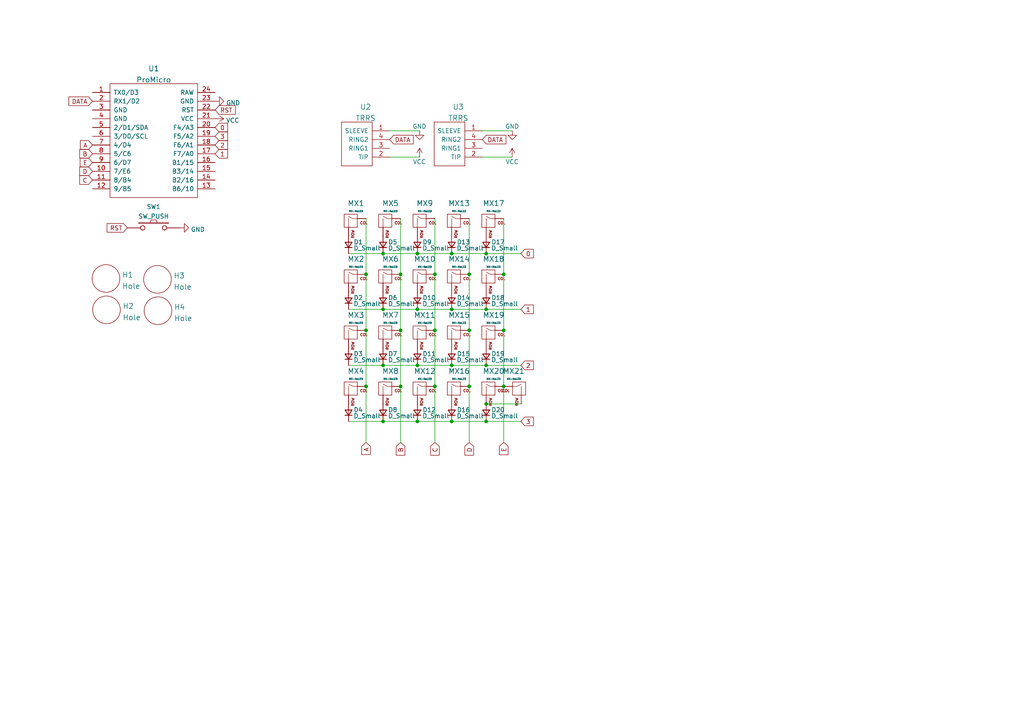
<source format=kicad_sch>
(kicad_sch (version 20210621) (generator eeschema)
  (paper "A4")
  (lib_symbols
    (symbol "Device:D_Small" (pin_numbers hide) (pin_names (offset 0.254) hide)
      (property "Reference" "D" (at -1.27 2.032 0))
      (property "Value" "D_Small" (at -3.81 -2.032 0))
      (symbol "D_Small_0_1"
        (polyline (pts (xy -0.762 -1.016) (xy -0.762 1.016)) (stroke (width 0.254)))
        (polyline (pts (xy -0.762 0) (xy 0.762 0)))
        (polyline (pts (xy 0.762 -1.016) (xy -0.762 0) (xy 0.762 1.016) (xy 0.762 -1.016)) (stroke (width 0.254)))
      )
      (symbol "D_Small_1_1"
        (pin passive line (at -2.54 0 0) (length 1.778) (name "K") (number "1"))
        (pin passive line (at 2.54 0 180) (length 1.778) (name "A") (number "2"))
      )
    )
    (symbol "KBD:ProMicro" (pin_names (offset 1.016))
      (property "Reference" "U" (at 0 19.05 0))
      (property "Value" "ProMicro" (at 0 -19.05 0))
      (symbol "ProMicro_0_1"
        (rectangle (start -12.7 16.51) (end 12.7 -16.51))
      )
      (symbol "ProMicro_1_1"
        (pin bidirectional line (at -17.78 13.97 0) (length 5.08) (name "TX0/D3") (number "1"))
        (pin bidirectional line (at -17.78 -8.89 0) (length 5.08) (name "7/E6") (number "10"))
        (pin bidirectional line (at -17.78 -11.43 0) (length 5.08) (name "8/B4") (number "11"))
        (pin bidirectional line (at -17.78 -13.97 0) (length 5.08) (name "9/B5") (number "12"))
        (pin bidirectional line (at 17.78 -13.97 180) (length 5.08) (name "B6/10") (number "13"))
        (pin bidirectional line (at 17.78 -11.43 180) (length 5.08) (name "B2/16") (number "14"))
        (pin bidirectional line (at 17.78 -8.89 180) (length 5.08) (name "B3/14") (number "15"))
        (pin bidirectional line (at 17.78 -6.35 180) (length 5.08) (name "B1/15") (number "16"))
        (pin bidirectional line (at 17.78 -3.81 180) (length 5.08) (name "F7/A0") (number "17"))
        (pin bidirectional line (at 17.78 -1.27 180) (length 5.08) (name "F6/A1") (number "18"))
        (pin bidirectional line (at 17.78 1.27 180) (length 5.08) (name "F5/A2") (number "19"))
        (pin bidirectional line (at -17.78 11.43 0) (length 5.08) (name "RX1/D2") (number "2"))
        (pin bidirectional line (at 17.78 3.81 180) (length 5.08) (name "F4/A3") (number "20"))
        (pin power_in line (at 17.78 6.35 180) (length 5.08) (name "VCC") (number "21"))
        (pin input line (at 17.78 8.89 180) (length 5.08) (name "RST") (number "22"))
        (pin power_in line (at 17.78 11.43 180) (length 5.08) (name "GND") (number "23"))
        (pin power_out line (at 17.78 13.97 180) (length 5.08) (name "RAW") (number "24"))
        (pin power_in line (at -17.78 8.89 0) (length 5.08) (name "GND") (number "3"))
        (pin power_in line (at -17.78 6.35 0) (length 5.08) (name "GND") (number "4"))
        (pin bidirectional line (at -17.78 3.81 0) (length 5.08) (name "2/D1/SDA") (number "5"))
        (pin bidirectional line (at -17.78 1.27 0) (length 5.08) (name "3/D0/SCL") (number "6"))
        (pin bidirectional line (at -17.78 -1.27 0) (length 5.08) (name "4/D4") (number "7"))
        (pin bidirectional line (at -17.78 -3.81 0) (length 5.08) (name "5/C6") (number "8"))
        (pin bidirectional line (at -17.78 -6.35 0) (length 5.08) (name "6/D7") (number "9"))
      )
    )
    (symbol "KBD:SW_PUSH" (pin_numbers hide) (pin_names (offset 1.016) hide)
      (property "Reference" "SW" (at 3.81 2.794 0))
      (property "Value" "SW_PUSH" (at 0 -2.032 0))
      (symbol "SW_PUSH_0_1"
        (rectangle (start -4.318 1.27) (end 4.318 1.524))
        (polyline (pts (xy -1.016 1.524) (xy -0.762 2.286) (xy 0.762 2.286) (xy 1.016 1.524)))
        (pin passive inverted (at -7.62 0 0) (length 5.08) (name "1") (number "1"))
        (pin passive inverted (at 7.62 0 180) (length 5.08) (name "2") (number "2"))
      )
    )
    (symbol "Keebio:Hole" (pin_names (offset 1.016))
      (property "Reference" "H" (at 0 -1.27 0))
      (property "Value" "Hole" (at 0 1.27 0))
      (symbol "Hole_0_1"
        (circle (center 0 0) (radius 4.0132))
      )
    )
    (symbol "Keebio:TRRS" (pin_names (offset 1.016))
      (property "Reference" "U" (at 0 15.24 0))
      (property "Value" "TRRS" (at 0 -2.54 0))
      (symbol "TRRS_0_1"
        (rectangle (start -3.81 0) (end -3.81 12.7))
        (rectangle (start -3.81 12.7) (end 5.08 12.7))
        (rectangle (start 5.08 0) (end -3.81 0))
        (rectangle (start 5.08 12.7) (end 5.08 0))
      )
      (symbol "TRRS_1_1"
        (pin input line (at -8.89 2.54 0) (length 5.08) (name "SLEEVE") (number "1"))
        (pin input line (at -8.89 10.16 0) (length 5.08) (name "TIP") (number "2"))
        (pin input line (at -8.89 7.62 0) (length 5.08) (name "RING1") (number "3"))
        (pin input line (at -8.89 5.08 0) (length 5.08) (name "RING2") (number "4"))
      )
    )
    (symbol "Switches:MX-NoLED" (pin_names (offset 1.016))
      (property "Reference" "MX" (at -0.635 3.81 0))
      (property "Value" "MX-NoLED" (at -0.635 1.27 0))
      (symbol "MX-NoLED_0_0"
        (text "COL" (at 3.175 0 0) (effects (font (size 0.762 0.762))))
        (text "ROW" (at 0 -1.905 900) (effects (font (size 0.762 0.762)) (justify right)))
        (rectangle (start -2.54 2.54) (end 1.27 -1.27))
        (polyline (pts (xy -1.27 -1.27) (xy -1.27 1.27)) (stroke (width 0.127)))
        (polyline (pts (xy 1.27 1.27) (xy 0 1.27) (xy -1.27 1.905)) (stroke (width 0.127)))
      )
      (symbol "MX-NoLED_1_1"
        (pin passive line (at 3.81 1.27 180) (length 2.54) (name "COL") (number "1"))
        (pin passive line (at -1.27 -3.81 90) (length 2.54) (name "ROW") (number "2"))
      )
    )
    (symbol "power:GND" (power) (pin_names (offset 0))
      (property "Value" "GND" (at 0 -3.81 0))
      (symbol "GND_0_1"
        (polyline (pts (xy 0 0) (xy 0 -1.27) (xy 1.27 -1.27) (xy 0 -2.54) (xy -1.27 -1.27) (xy 0 -1.27)))
      )
      (symbol "GND_1_1"
        (pin power_in line (at 0 0 270) (length 0) hide (name "GND") (number "1"))
      )
    )
    (symbol "power:VCC" (power) (pin_names (offset 0))
      (property "Value" "VCC" (at 0 3.81 0))
      (symbol "VCC_0_1"
        (polyline (pts (xy -0.762 1.27) (xy 0 2.54)))
        (polyline (pts (xy 0 0) (xy 0 2.54)))
        (polyline (pts (xy 0 2.54) (xy 0.762 1.27)))
      )
      (symbol "VCC_1_1"
        (pin power_in line (at 0 0 90) (length 0) hide (name "VCC") (number "1"))
      )
    )
  )
  (junction (at 106.172 79.5528))
  (junction (at 106.172 95.8088))
  (junction (at 106.172 112.0648))
  (junction (at 111.0996 73.5584))
  (junction (at 111.0996 89.7128))
  (junction (at 111.0996 105.9688))
  (junction (at 111.0996 122.2248))
  (junction (at 116.1796 79.5528))
  (junction (at 116.1796 95.8088))
  (junction (at 116.1796 112.0648))
  (junction (at 121.0564 73.5584))
  (junction (at 121.0564 89.7128))
  (junction (at 121.0564 105.9688))
  (junction (at 121.0564 122.2248))
  (junction (at 126.1364 79.5528))
  (junction (at 126.1364 95.8088))
  (junction (at 126.1364 112.0648))
  (junction (at 131.0132 73.5584))
  (junction (at 131.0132 89.7128))
  (junction (at 131.0132 105.9688))
  (junction (at 131.0132 122.2248))
  (junction (at 136.0932 79.5528))
  (junction (at 136.0932 95.8088))
  (junction (at 136.0932 112.0648))
  (junction (at 141.0208 73.5584))
  (junction (at 141.0208 89.7128))
  (junction (at 141.0208 105.9688))
  (junction (at 141.0208 117.1448))
  (junction (at 141.0208 122.2248))
  (junction (at 146.1008 79.5528))
  (junction (at 146.1008 95.8088))
  (junction (at 146.1008 112.0648))
  (wire (pts (xy 101.092 73.5584) (xy 111.0996 73.5584)))
  (wire (pts (xy 101.092 89.7128) (xy 111.0996 89.7128)))
  (wire (pts (xy 101.092 105.9688) (xy 111.0996 105.9688)))
  (wire (pts (xy 101.092 122.2248) (xy 111.0996 122.2248)))
  (wire (pts (xy 106.172 63.3984) (xy 106.172 79.5528)))
  (wire (pts (xy 106.172 79.5528) (xy 106.172 95.8088)))
  (wire (pts (xy 106.172 95.8088) (xy 106.172 112.0648)))
  (wire (pts (xy 106.172 112.0648) (xy 106.172 128.3208)))
  (wire (pts (xy 111.0996 73.5584) (xy 121.0564 73.5584)))
  (wire (pts (xy 111.0996 89.7128) (xy 121.0564 89.7128)))
  (wire (pts (xy 111.0996 105.9688) (xy 121.0564 105.9688)))
  (wire (pts (xy 111.0996 122.2248) (xy 121.0564 122.2248)))
  (wire (pts (xy 113.03 37.9476) (xy 121.7168 37.9476)))
  (wire (pts (xy 113.03 45.5676) (xy 121.666 45.5676)))
  (wire (pts (xy 116.1796 63.3984) (xy 116.1796 79.5528)))
  (wire (pts (xy 116.1796 79.5528) (xy 116.1796 95.8088)))
  (wire (pts (xy 116.1796 95.8088) (xy 116.1796 112.0648)))
  (wire (pts (xy 116.1796 112.0648) (xy 116.1796 128.3208)))
  (wire (pts (xy 121.0564 73.5584) (xy 131.0132 73.5584)))
  (wire (pts (xy 121.0564 89.7128) (xy 131.0132 89.7128)))
  (wire (pts (xy 121.0564 105.9688) (xy 131.0132 105.9688)))
  (wire (pts (xy 121.0564 122.2248) (xy 131.0132 122.2248)))
  (wire (pts (xy 126.1364 63.3984) (xy 126.1364 79.5528)))
  (wire (pts (xy 126.1364 79.5528) (xy 126.1364 95.8088)))
  (wire (pts (xy 126.1364 95.8088) (xy 126.1364 112.0648)))
  (wire (pts (xy 126.1364 112.0648) (xy 126.1364 128.3208)))
  (wire (pts (xy 131.0132 73.5584) (xy 141.0208 73.5584)))
  (wire (pts (xy 131.0132 89.7128) (xy 141.0208 89.7128)))
  (wire (pts (xy 131.0132 105.9688) (xy 141.0208 105.9688)))
  (wire (pts (xy 131.0132 122.2248) (xy 141.0208 122.2248)))
  (wire (pts (xy 136.0932 63.3984) (xy 136.0932 79.5528)))
  (wire (pts (xy 136.0932 79.5528) (xy 136.0932 95.8088)))
  (wire (pts (xy 136.0932 95.8088) (xy 136.0932 112.0648)))
  (wire (pts (xy 136.0932 112.0648) (xy 136.0932 128.3208)))
  (wire (pts (xy 139.9032 37.9476) (xy 148.59 37.9476)))
  (wire (pts (xy 139.9032 45.5676) (xy 148.5392 45.5676)))
  (wire (pts (xy 141.0208 73.5584) (xy 151.0792 73.5584)))
  (wire (pts (xy 141.0208 89.7128) (xy 151.0792 89.7128)))
  (wire (pts (xy 141.0208 105.9688) (xy 151.0792 105.9688)))
  (wire (pts (xy 141.0208 117.1448) (xy 151.1808 117.1448)))
  (wire (pts (xy 141.0208 122.2248) (xy 151.0792 122.2248)))
  (wire (pts (xy 146.1008 63.3984) (xy 146.1008 79.5528)))
  (wire (pts (xy 146.1008 79.5528) (xy 146.1008 95.8088)))
  (wire (pts (xy 146.1008 95.8088) (xy 146.1008 112.0648)))
  (wire (pts (xy 146.1008 112.0648) (xy 146.1008 128.3208)))
  (global_label "DATA" (shape input) (at 26.8224 29.3624 180) (property "Intersheet References" "${INTERSHEET_REFS}" (effects hide)))
  (global_label "A" (shape input) (at 26.8224 42.0624 180) (property "Intersheet References" "${INTERSHEET_REFS}" (effects hide)))
  (global_label "B" (shape input) (at 26.8224 44.6024 180) (property "Intersheet References" "${INTERSHEET_REFS}" (effects hide)))
  (global_label "E" (shape input) (at 26.8224 47.1424 180) (property "Intersheet References" "${INTERSHEET_REFS}" (effects hide)))
  (global_label "D" (shape input) (at 26.8224 49.6824 180) (property "Intersheet References" "${INTERSHEET_REFS}" (effects hide)))
  (global_label "C" (shape input) (at 26.8224 52.2224 180) (property "Intersheet References" "${INTERSHEET_REFS}" (effects hide)))
  (global_label "RST" (shape input) (at 36.9316 66.0908 180) (property "Intersheet References" "${INTERSHEET_REFS}" (effects hide)))
  (global_label "RST" (shape input) (at 62.3824 31.9024 0) (property "Intersheet References" "${INTERSHEET_REFS}" (effects hide)))
  (global_label "0" (shape input) (at 62.3824 36.9824 0) (property "Intersheet References" "${INTERSHEET_REFS}" (effects hide)))
  (global_label "3" (shape input) (at 62.3824 39.5224 0) (property "Intersheet References" "${INTERSHEET_REFS}" (effects hide)))
  (global_label "2" (shape input) (at 62.3824 42.0624 0) (property "Intersheet References" "${INTERSHEET_REFS}" (effects hide)))
  (global_label "1" (shape input) (at 62.3824 44.6024 0) (property "Intersheet References" "${INTERSHEET_REFS}" (effects hide)))
  (global_label "A" (shape input) (at 106.172 128.3208 270) (property "Intersheet References" "${INTERSHEET_REFS}" (effects hide)))
  (global_label "DATA" (shape input) (at 113.03 40.4876 0) (property "Intersheet References" "${INTERSHEET_REFS}" (effects hide)))
  (global_label "B" (shape input) (at 116.1796 128.3208 270) (property "Intersheet References" "${INTERSHEET_REFS}" (effects hide)))
  (global_label "C" (shape input) (at 126.1364 128.3208 270) (property "Intersheet References" "${INTERSHEET_REFS}" (effects hide)))
  (global_label "D" (shape input) (at 136.0932 128.3208 270) (property "Intersheet References" "${INTERSHEET_REFS}" (effects hide)))
  (global_label "DATA" (shape input) (at 139.9032 40.4876 0) (property "Intersheet References" "${INTERSHEET_REFS}" (effects hide)))
  (global_label "E" (shape input) (at 146.1008 128.3208 270) (property "Intersheet References" "${INTERSHEET_REFS}" (effects hide)))
  (global_label "0" (shape input) (at 151.0792 73.5584 0) (property "Intersheet References" "${INTERSHEET_REFS}" (effects hide)))
  (global_label "1" (shape input) (at 151.0792 89.7128 0) (property "Intersheet References" "${INTERSHEET_REFS}" (effects hide)))
  (global_label "2" (shape input) (at 151.0792 105.9688 0) (property "Intersheet References" "${INTERSHEET_REFS}" (effects hide)))
  (global_label "3" (shape input) (at 151.0792 122.2248 0) (property "Intersheet References" "${INTERSHEET_REFS}" (effects hide)))
  (symbol (lib_id "power:VCC") (at 62.3824 34.4424 270) (unit 1)
    (property "Reference" "#PWR0107" (effects hide))
    (property "Value" "VCC" (at 65.5575 34.9214 90) (effects (justify left)))
  )
  (symbol (lib_id "power:VCC") (at 121.666 45.5676 0) (unit 1)
    (property "Reference" "#PWR0102" (effects hide))
    (property "Value" "VCC" (at 121.666 46.9414 0))
  )
  (symbol (lib_id "power:VCC") (at 148.5392 45.5676 0) (unit 1)
    (property "Reference" "#PWR0103" (effects hide))
    (property "Value" "VCC" (at 148.5392 46.9414 0))
  )
  (symbol (lib_id "power:GND") (at 52.1716 66.0908 90) (unit 1)
    (property "Reference" "#PWR0105" (effects hide))
    (property "Value" "GND" (at 55.3467 66.5698 90) (effects (justify right)))
  )
  (symbol (lib_id "power:GND") (at 62.3824 29.3624 90) (unit 1)
    (property "Reference" "#PWR0106" (effects hide))
    (property "Value" "GND" (at 65.5575 29.8414 90) (effects (justify right)))
  )
  (symbol (lib_id "power:GND") (at 121.7168 37.9476 0) (unit 1)
    (property "Reference" "#PWR0101" (effects hide))
    (property "Value" "GND" (at 121.666 36.6682 0))
  )
  (symbol (lib_id "power:GND") (at 148.59 37.9476 0) (unit 1)
    (property "Reference" "#PWR0104" (effects hide))
    (property "Value" "GND" (at 148.5392 36.6682 0))
  )
  (symbol (lib_id "Device:D_Small") (at 101.092 71.0184 90) (unit 1)
    (property "Reference" "D1" (at 102.5653 70.2115 90) (effects (justify right)))
    (property "Value" "D_Small" (at 102.5145 71.9706 90) (effects (justify right)))
    (property "Footprint" "Keebio:Diode-dual" (effects hide))
  )
  (symbol (lib_id "Device:D_Small") (at 101.092 87.1728 90) (unit 1)
    (property "Reference" "D2" (at 102.5653 86.3659 90) (effects (justify right)))
    (property "Value" "D_Small" (at 102.5145 88.125 90) (effects (justify right)))
    (property "Footprint" "Keebio:Diode-dual" (effects hide))
  )
  (symbol (lib_id "Device:D_Small") (at 101.092 103.4288 90) (unit 1)
    (property "Reference" "D3" (at 102.5653 102.6219 90) (effects (justify right)))
    (property "Value" "D_Small" (at 102.5145 104.381 90) (effects (justify right)))
    (property "Footprint" "Keebio:Diode-dual" (effects hide))
  )
  (symbol (lib_id "Device:D_Small") (at 101.092 119.6848 90) (unit 1)
    (property "Reference" "D4" (at 102.5653 118.8779 90) (effects (justify right)))
    (property "Value" "D_Small" (at 102.5145 120.637 90) (effects (justify right)))
    (property "Footprint" "Keebio:Diode-dual" (effects hide))
  )
  (symbol (lib_id "Device:D_Small") (at 111.0996 71.0184 90) (unit 1)
    (property "Reference" "D5" (at 112.5729 70.2115 90) (effects (justify right)))
    (property "Value" "D_Small" (at 112.5221 71.9706 90) (effects (justify right)))
    (property "Footprint" "Keebio:Diode-dual" (effects hide))
  )
  (symbol (lib_id "Device:D_Small") (at 111.0996 87.1728 90) (unit 1)
    (property "Reference" "D6" (at 112.5729 86.3659 90) (effects (justify right)))
    (property "Value" "D_Small" (at 112.5221 88.125 90) (effects (justify right)))
    (property "Footprint" "Keebio:Diode-dual" (effects hide))
  )
  (symbol (lib_id "Device:D_Small") (at 111.0996 103.4288 90) (unit 1)
    (property "Reference" "D7" (at 112.5729 102.6219 90) (effects (justify right)))
    (property "Value" "D_Small" (at 112.5221 104.381 90) (effects (justify right)))
    (property "Footprint" "Keebio:Diode-dual" (effects hide))
  )
  (symbol (lib_id "Device:D_Small") (at 111.0996 119.6848 90) (unit 1)
    (property "Reference" "D8" (at 112.5729 118.8779 90) (effects (justify right)))
    (property "Value" "D_Small" (at 112.5221 120.637 90) (effects (justify right)))
    (property "Footprint" "Keebio:Diode-dual" (effects hide))
  )
  (symbol (lib_id "Device:D_Small") (at 121.0564 71.0184 90) (unit 1)
    (property "Reference" "D9" (at 122.5297 70.2115 90) (effects (justify right)))
    (property "Value" "D_Small" (at 122.4789 71.9706 90) (effects (justify right)))
    (property "Footprint" "Keebio:Diode-dual" (effects hide))
  )
  (symbol (lib_id "Device:D_Small") (at 121.0564 87.1728 90) (unit 1)
    (property "Reference" "D10" (at 122.5297 86.3659 90) (effects (justify right)))
    (property "Value" "D_Small" (at 122.4789 88.125 90) (effects (justify right)))
    (property "Footprint" "Keebio:Diode-dual" (effects hide))
  )
  (symbol (lib_id "Device:D_Small") (at 121.0564 103.4288 90) (unit 1)
    (property "Reference" "D11" (at 122.5297 102.6219 90) (effects (justify right)))
    (property "Value" "D_Small" (at 122.4789 104.381 90) (effects (justify right)))
    (property "Footprint" "Keebio:Diode-dual" (effects hide))
  )
  (symbol (lib_id "Device:D_Small") (at 121.0564 119.6848 90) (unit 1)
    (property "Reference" "D12" (at 122.5297 118.8779 90) (effects (justify right)))
    (property "Value" "D_Small" (at 122.4789 120.637 90) (effects (justify right)))
    (property "Footprint" "Keebio:Diode-dual" (effects hide))
  )
  (symbol (lib_id "Device:D_Small") (at 131.0132 71.0184 90) (unit 1)
    (property "Reference" "D13" (at 132.4865 70.2115 90) (effects (justify right)))
    (property "Value" "D_Small" (at 132.4357 71.9706 90) (effects (justify right)))
    (property "Footprint" "Keebio:Diode-dual" (effects hide))
  )
  (symbol (lib_id "Device:D_Small") (at 131.0132 87.1728 90) (unit 1)
    (property "Reference" "D14" (at 132.4865 86.3659 90) (effects (justify right)))
    (property "Value" "D_Small" (at 132.4357 88.125 90) (effects (justify right)))
    (property "Footprint" "Keebio:Diode-dual" (effects hide))
  )
  (symbol (lib_id "Device:D_Small") (at 131.0132 103.4288 90) (unit 1)
    (property "Reference" "D15" (at 132.4865 102.6219 90) (effects (justify right)))
    (property "Value" "D_Small" (at 132.4357 104.381 90) (effects (justify right)))
    (property "Footprint" "Keebio:Diode-dual" (effects hide))
  )
  (symbol (lib_id "Device:D_Small") (at 131.0132 119.6848 90) (unit 1)
    (property "Reference" "D16" (at 132.4865 118.8779 90) (effects (justify right)))
    (property "Value" "D_Small" (at 132.4357 120.637 90) (effects (justify right)))
    (property "Footprint" "Keebio:Diode-dual" (effects hide))
  )
  (symbol (lib_id "Device:D_Small") (at 141.0208 71.0184 90) (unit 1)
    (property "Reference" "D17" (at 142.4941 70.2115 90) (effects (justify right)))
    (property "Value" "D_Small" (at 142.4433 71.9706 90) (effects (justify right)))
    (property "Footprint" "Keebio:Diode-dual" (effects hide))
  )
  (symbol (lib_id "Device:D_Small") (at 141.0208 87.1728 90) (unit 1)
    (property "Reference" "D18" (at 142.4941 86.3659 90) (effects (justify right)))
    (property "Value" "D_Small" (at 142.4433 88.125 90) (effects (justify right)))
    (property "Footprint" "Keebio:Diode-dual" (effects hide))
  )
  (symbol (lib_id "Device:D_Small") (at 141.0208 103.4288 90) (unit 1)
    (property "Reference" "D19" (at 142.4941 102.6219 90) (effects (justify right)))
    (property "Value" "D_Small" (at 142.4433 104.381 90) (effects (justify right)))
    (property "Footprint" "Keebio:Diode-dual" (effects hide))
  )
  (symbol (lib_id "Device:D_Small") (at 141.0208 119.6848 90) (unit 1)
    (property "Reference" "D20" (at 142.4941 118.8779 90) (effects (justify right)))
    (property "Value" "D_Small" (at 142.4433 120.637 90) (effects (justify right)))
    (property "Footprint" "Keebio:Diode-dual" (effects hide))
  )
  (symbol (lib_id "KBD:SW_PUSH") (at 44.5516 66.0908 0) (unit 1)
    (property "Reference" "SW1" (at 44.5516 59.9652 0))
    (property "Value" "SW_PUSH" (at 44.5516 62.7403 0))
    (property "Footprint" "Button_Switch_SMD:SW_SPST_SKQG_WithStem" (effects hide))
  )
  (symbol (lib_id "Switches:MX-NoLED") (at 102.362 64.6684 0) (unit 1)
    (property "Reference" "MX1" (at 103.2475 58.9747 0) (effects (font (size 1.524 1.524))))
    (property "Value" "MX-NoLED" (at 103.2475 61.2453 0) (effects (font (size 0.508 0.508))))
    (property "Footprint" "Switches:SW_MX_reversible_minimal" (effects hide))
  )
  (symbol (lib_id "Switches:MX-NoLED") (at 102.362 80.8228 0) (unit 1)
    (property "Reference" "MX2" (at 103.2475 75.1291 0) (effects (font (size 1.524 1.524))))
    (property "Value" "MX-NoLED" (at 103.2475 77.3997 0) (effects (font (size 0.508 0.508))))
    (property "Footprint" "Switches:SW_MX_reversible_minimal" (effects hide))
  )
  (symbol (lib_id "Switches:MX-NoLED") (at 102.362 97.0788 0) (unit 1)
    (property "Reference" "MX3" (at 103.2475 91.3851 0) (effects (font (size 1.524 1.524))))
    (property "Value" "MX-NoLED" (at 103.2475 93.6557 0) (effects (font (size 0.508 0.508))))
    (property "Footprint" "Switches:SW_MX_reversible_minimal" (effects hide))
  )
  (symbol (lib_id "Switches:MX-NoLED") (at 102.362 113.3348 0) (unit 1)
    (property "Reference" "MX4" (at 103.2475 107.6411 0) (effects (font (size 1.524 1.524))))
    (property "Value" "MX-NoLED" (at 103.2475 109.9117 0) (effects (font (size 0.508 0.508))))
    (property "Footprint" "Switches:SW_MX_reversible_minimal" (effects hide))
  )
  (symbol (lib_id "Switches:MX-NoLED") (at 112.3696 64.6684 0) (unit 1)
    (property "Reference" "MX5" (at 113.2551 58.9747 0) (effects (font (size 1.524 1.524))))
    (property "Value" "MX-NoLED" (at 113.2551 61.2453 0) (effects (font (size 0.508 0.508))))
    (property "Footprint" "Switches:SW_MX_reversible_minimal" (effects hide))
  )
  (symbol (lib_id "Switches:MX-NoLED") (at 112.3696 80.8228 0) (unit 1)
    (property "Reference" "MX6" (at 113.2551 75.1291 0) (effects (font (size 1.524 1.524))))
    (property "Value" "MX-NoLED" (at 113.2551 77.3997 0) (effects (font (size 0.508 0.508))))
    (property "Footprint" "Switches:SW_MX_reversible_minimal" (effects hide))
  )
  (symbol (lib_id "Switches:MX-NoLED") (at 112.3696 97.0788 0) (unit 1)
    (property "Reference" "MX7" (at 113.2551 91.3851 0) (effects (font (size 1.524 1.524))))
    (property "Value" "MX-NoLED" (at 113.2551 93.6557 0) (effects (font (size 0.508 0.508))))
    (property "Footprint" "Switches:SW_MX_reversible_minimal" (effects hide))
  )
  (symbol (lib_id "Switches:MX-NoLED") (at 112.3696 113.3348 0) (unit 1)
    (property "Reference" "MX8" (at 113.2551 107.6411 0) (effects (font (size 1.524 1.524))))
    (property "Value" "MX-NoLED" (at 113.2551 109.9117 0) (effects (font (size 0.508 0.508))))
    (property "Footprint" "Switches:SW_MX_reversible_minimal" (effects hide))
  )
  (symbol (lib_id "Switches:MX-NoLED") (at 122.3264 64.6684 0) (unit 1)
    (property "Reference" "MX9" (at 123.2119 58.9747 0) (effects (font (size 1.524 1.524))))
    (property "Value" "MX-NoLED" (at 123.2119 61.2453 0) (effects (font (size 0.508 0.508))))
    (property "Footprint" "Switches:SW_MX_reversible_minimal" (effects hide))
  )
  (symbol (lib_id "Switches:MX-NoLED") (at 122.3264 80.8228 0) (unit 1)
    (property "Reference" "MX10" (at 123.2119 75.1291 0) (effects (font (size 1.524 1.524))))
    (property "Value" "MX-NoLED" (at 123.2119 77.3997 0) (effects (font (size 0.508 0.508))))
    (property "Footprint" "Switches:SW_MX_reversible_minimal" (effects hide))
  )
  (symbol (lib_id "Switches:MX-NoLED") (at 122.3264 97.0788 0) (unit 1)
    (property "Reference" "MX11" (at 123.2119 91.3851 0) (effects (font (size 1.524 1.524))))
    (property "Value" "MX-NoLED" (at 123.2119 93.6557 0) (effects (font (size 0.508 0.508))))
    (property "Footprint" "Switches:SW_MX_reversible_minimal" (effects hide))
  )
  (symbol (lib_id "Switches:MX-NoLED") (at 122.3264 113.3348 0) (unit 1)
    (property "Reference" "MX12" (at 123.2119 107.6411 0) (effects (font (size 1.524 1.524))))
    (property "Value" "MX-NoLED" (at 123.2119 109.9117 0) (effects (font (size 0.508 0.508))))
    (property "Footprint" "Switches:SW_MX_reversible_minimal" (effects hide))
  )
  (symbol (lib_id "Switches:MX-NoLED") (at 132.2832 64.6684 0) (unit 1)
    (property "Reference" "MX13" (at 133.1687 58.9747 0) (effects (font (size 1.524 1.524))))
    (property "Value" "MX-NoLED" (at 133.1687 61.2453 0) (effects (font (size 0.508 0.508))))
    (property "Footprint" "Switches:SW_MX_reversible_minimal" (effects hide))
  )
  (symbol (lib_id "Switches:MX-NoLED") (at 132.2832 80.8228 0) (unit 1)
    (property "Reference" "MX14" (at 133.1687 75.1291 0) (effects (font (size 1.524 1.524))))
    (property "Value" "MX-NoLED" (at 133.1687 77.3997 0) (effects (font (size 0.508 0.508))))
    (property "Footprint" "Switches:SW_MX_reversible_minimal" (effects hide))
  )
  (symbol (lib_id "Switches:MX-NoLED") (at 132.2832 97.0788 0) (unit 1)
    (property "Reference" "MX15" (at 133.1687 91.3851 0) (effects (font (size 1.524 1.524))))
    (property "Value" "MX-NoLED" (at 133.1687 93.6557 0) (effects (font (size 0.508 0.508))))
    (property "Footprint" "Switches:SW_MX_reversible_minimal" (effects hide))
  )
  (symbol (lib_id "Switches:MX-NoLED") (at 132.2832 113.3348 0) (unit 1)
    (property "Reference" "MX16" (at 133.1687 107.6411 0) (effects (font (size 1.524 1.524))))
    (property "Value" "MX-NoLED" (at 133.1687 109.9117 0) (effects (font (size 0.508 0.508))))
    (property "Footprint" "Switches:SW_MX_reversible_minimal" (effects hide))
  )
  (symbol (lib_id "Switches:MX-NoLED") (at 142.2908 64.6684 0) (unit 1)
    (property "Reference" "MX17" (at 143.1763 58.9747 0) (effects (font (size 1.524 1.524))))
    (property "Value" "MX-NoLED" (at 143.1763 61.2453 0) (effects (font (size 0.508 0.508))))
    (property "Footprint" "Switches:SW_MX_reversible_minimal" (effects hide))
  )
  (symbol (lib_id "Switches:MX-NoLED") (at 142.2908 80.8228 0) (unit 1)
    (property "Reference" "MX18" (at 143.1763 75.1291 0) (effects (font (size 1.524 1.524))))
    (property "Value" "MX-NoLED" (at 143.1763 77.3997 0) (effects (font (size 0.508 0.508))))
    (property "Footprint" "Switches:SW_MX_reversible_minimal" (effects hide))
  )
  (symbol (lib_id "Switches:MX-NoLED") (at 142.2908 97.0788 0) (unit 1)
    (property "Reference" "MX19" (at 143.1763 91.3851 0) (effects (font (size 1.524 1.524))))
    (property "Value" "MX-NoLED" (at 143.1763 93.6557 0) (effects (font (size 0.508 0.508))))
    (property "Footprint" "Switches:SW_MX_reversible_minimal" (effects hide))
  )
  (symbol (lib_id "Switches:MX-NoLED") (at 142.2908 113.3348 0) (unit 1)
    (property "Reference" "MX20" (at 143.1763 107.6411 0) (effects (font (size 1.524 1.524))))
    (property "Value" "MX-NoLED" (at 143.1763 109.9117 0) (effects (font (size 0.508 0.508))))
    (property "Footprint" "Switches:SW_MX_reversible_minimal" (effects hide))
  )
  (symbol (lib_id "Switches:MX-NoLED") (at 149.9108 113.3348 0) (mirror y) (unit 1)
    (property "Reference" "MX21" (at 149.0253 107.6411 0) (effects (font (size 1.524 1.524))))
    (property "Value" "MX-NoLED" (at 149.0253 109.9117 0) (effects (font (size 0.508 0.508))))
    (property "Footprint" "Switches:SW_MX_reversible_minimal" (effects hide))
  )
  (symbol (lib_id "Keebio:Hole") (at 30.734 80.772 0) (unit 1)
    (property "Reference" "H1" (at 35.3823 79.7073 0) (effects (font (size 1.524 1.524)) (justify left)))
    (property "Value" "Hole" (at 35.3823 82.9863 0) (effects (font (size 1.524 1.524)) (justify left)))
    (property "Footprint" "Keyboard_Parts:HOLE_M3" (effects hide))
  )
  (symbol (lib_id "Keebio:Hole") (at 30.8864 89.8652 0) (unit 1)
    (property "Reference" "H2" (at 35.5347 88.8005 0) (effects (font (size 1.524 1.524)) (justify left)))
    (property "Value" "Hole" (at 35.5347 92.0795 0) (effects (font (size 1.524 1.524)) (justify left)))
    (property "Footprint" "Keyboard_Parts:HOLE_M3" (effects hide))
  )
  (symbol (lib_id "Keebio:Hole") (at 45.6692 81.026 0) (unit 1)
    (property "Reference" "H3" (at 50.3175 79.9613 0) (effects (font (size 1.524 1.524)) (justify left)))
    (property "Value" "Hole" (at 50.3175 83.2403 0) (effects (font (size 1.524 1.524)) (justify left)))
    (property "Footprint" "Keyboard_Parts:HOLE_M3" (effects hide))
  )
  (symbol (lib_id "Keebio:Hole") (at 45.8216 90.1192 0) (unit 1)
    (property "Reference" "H4" (at 50.4699 89.0545 0) (effects (font (size 1.524 1.524)) (justify left)))
    (property "Value" "Hole" (at 50.4699 92.3335 0) (effects (font (size 1.524 1.524)) (justify left)))
    (property "Footprint" "Keyboard_Parts:HOLE_M3" (effects hide))
  )
  (symbol (lib_id "Keebio:TRRS") (at 104.14 35.4076 180) (unit 1)
    (property "Reference" "U2" (at 106.045 31.0036 0) (effects (font (size 1.524 1.524))))
    (property "Value" "TRRS" (at 106.045 34.2826 0) (effects (font (size 1.524 1.524))))
    (property "Footprint" "Keebio:TRRS-PJ-320A" (effects hide))
  )
  (symbol (lib_id "Keebio:TRRS") (at 131.0132 35.4076 180) (unit 1)
    (property "Reference" "U3" (at 132.9182 31.0036 0) (effects (font (size 1.524 1.524))))
    (property "Value" "TRRS" (at 132.9182 34.2826 0) (effects (font (size 1.524 1.524))))
    (property "Footprint" "Keebio:TRRS-PJ-320A" (effects hide))
  )
  (symbol (lib_id "KBD:ProMicro") (at 44.6024 40.7924 0) (unit 1)
    (property "Reference" "U1" (at 44.6024 19.8784 0) (effects (font (size 1.524 1.524))))
    (property "Value" "ProMicro" (at 44.6024 23.1574 0) (effects (font (size 1.524 1.524))))
    (property "Footprint" "Keebio:ArduinoProMicro" (effects hide))
  )
)
</source>
